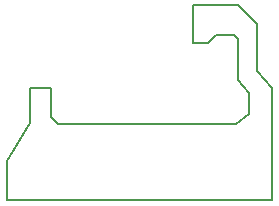
<source format=gbr>
G04 DipTrace 3.3.1.1*
G04 BoardOutline.gbr*
%MOMM*%
G04 #@! TF.FileFunction,Profile*
G04 #@! TF.Part,Single*
%ADD11C,0.14*%
%FSLAX35Y35*%
G04*
G71*
G90*
G75*
G01*
G04 BoardOutline*
%LPD*%
X4016373Y3016250D2*
D11*
X1778000D1*
Y3349627D1*
X1968500Y3667127D1*
Y3968750D1*
X2143000Y3969000D1*
Y3721000D1*
X2204000Y3659000D1*
X3716000Y3658000D1*
X3825873Y3746500D1*
Y3921127D1*
X3730627Y4032250D1*
Y4381500D1*
X3698873Y4413250D1*
X3540127D1*
X3476627Y4349750D1*
X3347000Y4350000D1*
Y4668000D1*
X3730627Y4667250D1*
X3889373Y4508500D1*
Y4111627D1*
X4016373Y3968750D1*
Y3016250D1*
M02*

</source>
